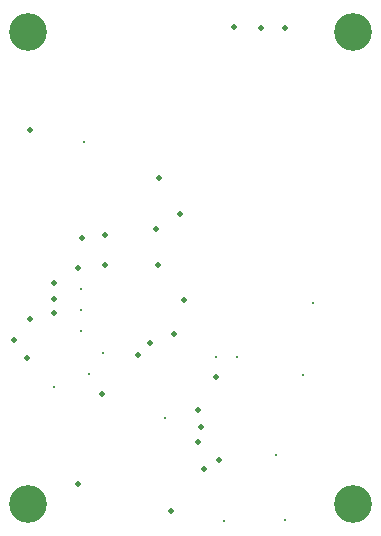
<source format=gbr>
%TF.GenerationSoftware,KiCad,Pcbnew,8.0.8*%
%TF.CreationDate,2025-04-02T15:42:16+05:30*%
%TF.ProjectId,STHDAQ_B1,53544844-4151-45f4-9231-2e6b69636164,rev?*%
%TF.SameCoordinates,Original*%
%TF.FileFunction,Plated,1,2,PTH,Drill*%
%TF.FilePolarity,Positive*%
%FSLAX46Y46*%
G04 Gerber Fmt 4.6, Leading zero omitted, Abs format (unit mm)*
G04 Created by KiCad (PCBNEW 8.0.8) date 2025-04-02 15:42:16*
%MOMM*%
%LPD*%
G01*
G04 APERTURE LIST*
%TA.AperFunction,ViaDrill*%
%ADD10C,0.300000*%
%TD*%
%TA.AperFunction,ViaDrill*%
%ADD11C,0.500000*%
%TD*%
%TA.AperFunction,ComponentDrill*%
%ADD12C,3.200000*%
%TD*%
G04 APERTURE END LIST*
D10*
X143256000Y-84796000D03*
X145530000Y-76454000D03*
X145545000Y-78232000D03*
X145545000Y-80010000D03*
X145796000Y-63992000D03*
X146203500Y-83662000D03*
X147358500Y-81925000D03*
X152654000Y-87376000D03*
X156972000Y-82200500D03*
X157649000Y-96092000D03*
X158750000Y-82200500D03*
X162052000Y-90537000D03*
X162814000Y-96012000D03*
X164290000Y-83790000D03*
X165180000Y-77700000D03*
D11*
X139816000Y-80772000D03*
X140970000Y-82296000D03*
X141224000Y-62992000D03*
X141224000Y-78994000D03*
X143256000Y-75946000D03*
X143256000Y-77296000D03*
X143256000Y-78546000D03*
X145288000Y-74676000D03*
X145288000Y-92964000D03*
X145641334Y-72136000D03*
X147320000Y-85344000D03*
X147574000Y-71882000D03*
X147574000Y-74422000D03*
X150368000Y-82042000D03*
X151384000Y-81026000D03*
X151892000Y-71374000D03*
X152008000Y-74422000D03*
X152146000Y-67056000D03*
X153162000Y-95250000D03*
X153416000Y-80264000D03*
X153924000Y-70104000D03*
X154240500Y-77412500D03*
X155448000Y-89408000D03*
X155455397Y-86739603D03*
X155702000Y-88138000D03*
X155956000Y-91694000D03*
X156972000Y-83925500D03*
X157238397Y-90944397D03*
X158496000Y-54304834D03*
X160782000Y-54356000D03*
X162814000Y-54356000D03*
D12*
%TO.C,H2*%
X141030000Y-54705000D03*
%TO.C,H3*%
X141030000Y-94705000D03*
%TO.C,H1*%
X168530000Y-54705000D03*
%TO.C,H4*%
X168530000Y-94705000D03*
M02*

</source>
